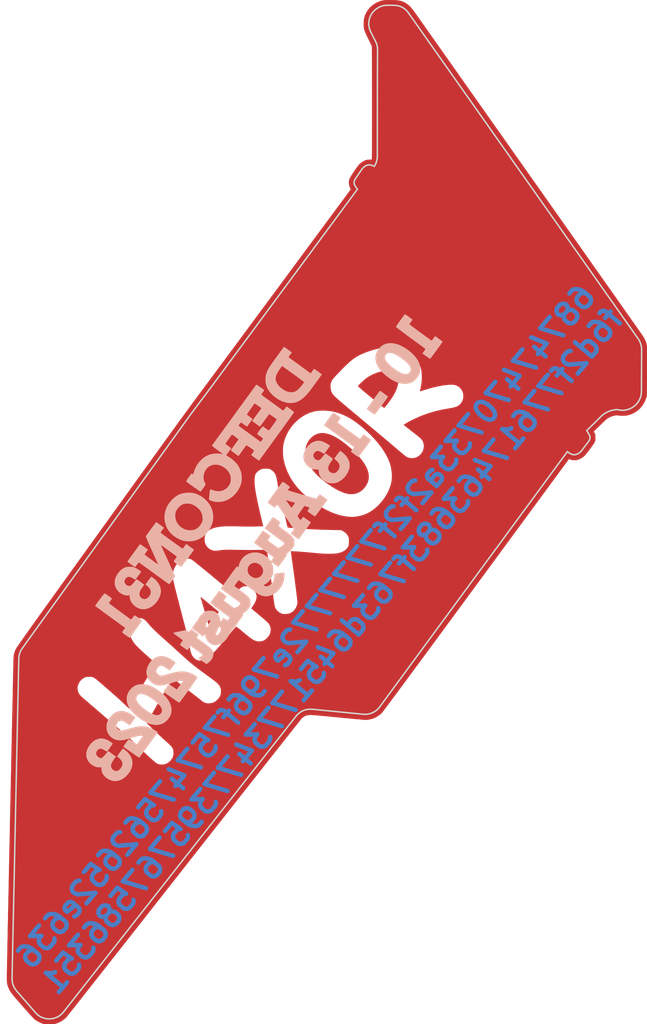
<source format=kicad_pcb>
(kicad_pcb (version 20221018) (generator pcbnew)
  (layers (0 "F.Cu" signal) (31 "B.Cu" signal) (34 "B.Paste" user) (35 "F.Paste" user) (36 "B.SilkS" user "B.Silkscreen") (37 "F.SilkS" user "F.Silkscreen") (38 "B.Mask" user) (39 "F.Mask" user) (44 "Edge.Cuts" user))
  (net 0 "")
  (footprint "LOGO" (layer "F.Cu") (at 67.4734 46.06195)
    (fp_text reference "G***" hide)
    (fp_text value "LOGO" hide)
  )
  (footprint "LOGO" (layer "F.Cu") (at 67.4734 46.06195)
    (fp_text reference "G***" hide)
    (fp_text value "LOGO" hide)
  )
  (footprint "LOGO" (layer "F.Cu") (at 67.4734 46.06195)
    (fp_text reference "G***" hide)
    (fp_text value "LOGO" hide)
  )
  (footprint "LOGO" (layer "F.Cu") (at 67.4734 46.06195)
    (fp_text reference "G***" hide)
    (fp_text value "LOGO" hide)
  )
  (footprint "LOGO" (layer "F.Cu") (at 65.944093 43.803841)
    (fp_text reference "G***" hide)
    (fp_text value "LOGO" hide)
  )
  (footprint "LOGO" (layer "F.Cu") (at 67.4734 46.06195)
    (fp_text reference "G***" hide)
    (fp_text value "LOGO" hide)
  )
  (footprint "LOGO" (layer "F.Cu") (at 67.4734 46.06195)
    (fp_text reference "G***" hide)
    (fp_text value "LOGO" hide)
    (fp_poly (pts (xy -21.460439 5.755042) (xy -21.414964 5.789725) (xy -21.345827 5.844427) (xy -21.257397 5.915541) (xy -21.154048 5.999456) (xy -21.040149 6.092565) (xy -20.920074 6.191257) (xy -20.798192 6.291923) (xy -20.678877 6.390955) (xy -20.566499 6.484743) (xy -20.46543 6.569678) (xy -20.380041 6.642151) (xy -20.314705 6.698552) (xy -20.273791 6.735273) (xy -20.261507 6.748237) (xy -20.273171 6.767103) (xy -20.307676 6.813001) (xy -20.360619 6.880559) (xy -20.427597 6.964407) (xy -20.504208 7.059175) (xy -20.586048 7.159492) (xy -20.668715 7.259987) (xy -20.747805 7.35529) (xy -20.818917 7.44003) (xy -20.877646 7.508836) (xy -20.919591 7.556338) (xy -20.940348 7.577165) (xy -20.941475 7.577667) (xy -20.951032 7.559543) (xy -20.966401 7.514428) (xy -20.9712 7.498292) (xy -20.982094 7.46101) (xy -21.003573 7.387928) (xy -21.034222 7.283843) (xy -21.072627 7.153554) (xy -21.117374 7.001856) (xy -21.167049 6.833547) (xy -21.220236 6.653425) (xy -21.24024 6.585704) (xy -21.293095 6.405907) (xy -21.341653 6.239025) (xy -21.384702 6.089353) (xy -21.42103 5.961186) (xy -21.449423 5.858817) (xy -21.46867 5.786542) (xy -21.477559 5.748656) (xy -21.477878 5.74399) (xy -21.460439 5.755042)) (stroke (width 0.01)) (fill solid) (layer "F.Cu"))
    (fp_poly (pts (xy -12.95771 -5.294125) (xy -12.719817 -5.220432) (xy -12.467115 -5.107667) (xy -12.233146 -4.976815) (xy -12.039634 -4.850415) (xy -11.829236 -4.697425) (xy -11.610541 -4.525066) (xy -11.39214 -4.340558) (xy -11.182625 -4.151119) (xy -10.990585 -3.96397) (xy -10.848415 -3.813095) (xy -10.627493 -3.550383) (xy -10.447017 -3.298897) (xy -10.306822 -3.057924) (xy -10.206739 -2.826747) (xy -10.146603 -2.604653) (xy -10.126245 -2.390926) (xy -10.145499 -2.184851) (xy -10.204198 -1.985713) (xy -10.302175 -1.792797) (xy -10.357153 -1.710442) (xy -10.507426 -1.532463) (xy -10.675094 -1.393011) (xy -10.859599 -1.292277) (xy -11.06038 -1.230451) (xy -11.276879 -1.207721) (xy -11.508538 -1.224279) (xy -11.682296 -1.260088) (xy -11.89198 -1.328331) (xy -12.123058 -1.429663) (xy -12.372675 -1.562472) (xy -12.637979 -1.725143) (xy -12.916117 -1.916065) (xy -13.144433 -2.086882) (xy -13.432666 -2.324992) (xy -13.680388 -2.562132) (xy -13.88928 -2.80082) (xy -14.061022 -3.043572) (xy -14.197293 -3.292904) (xy -14.299772 -3.551332) (xy -14.370141 -3.821373) (xy -14.393277 -3.957772) (xy -14.403302 -4.175378) (xy -14.373344 -4.39077) (xy -14.30562 -4.59836) (xy -14.202344 -4.792555) (xy -14.065734 -4.967766) (xy -13.949289 -5.077934) (xy -13.775049 -5.19899) (xy -13.589463 -5.281178) (xy -13.39184 -5.324457) (xy -13.181486 -5.328786) (xy -12.95771 -5.294125)) (stroke (width 0.01)) (fill solid) (layer "F.Cu"))
    (fp_poly (pts (xy -8.601574 -9.527465) (xy -8.41894 -9.482889) (xy -8.318164 -9.440162) (xy -8.255675 -9.401798) (xy -8.211316 -9.355318) (xy -8.180439 -9.291752) (xy -8.158394 -9.202131) (xy -8.143738 -9.103625) (xy -8.131198 -8.893853) (xy -8.147764 -8.684251) (xy -8.194735 -8.470736) (xy -8.273409 -8.249223) (xy -8.385082 -8.015628) (xy -8.531054 -7.765869) (xy -8.605181 -7.65175) (xy -8.671586 -7.55527) (xy -8.7459 -7.452278) (xy -8.823397 -7.348777) (xy -8.899353 -7.250771) (xy -8.969043 -7.164265) (xy -9.02774 -7.095262) (xy -9.070721 -7.049765) (xy -9.091273 -7.034091) (xy -9.111154 -7.045923) (xy -9.160429 -7.082459) (xy -9.236027 -7.141232) (xy -9.334878 -7.219777) (xy -9.453911 -7.31563) (xy -9.590054 -7.426324) (xy -9.740237 -7.549395) (xy -9.901389 -7.682376) (xy -9.980273 -7.747789) (xy -10.145395 -7.885202) (xy -10.300502 -8.014822) (xy -10.442566 -8.134079) (xy -10.568557 -8.240404) (xy -10.675445 -8.331229) (xy -10.760202 -8.403985) (xy -10.819797 -8.456102) (xy -10.851201 -8.485012) (xy -10.855354 -8.489832) (xy -10.844557 -8.515742) (xy -10.806612 -8.563453) (xy -10.747006 -8.627801) (xy -10.671223 -8.70362) (xy -10.584748 -8.785745) (xy -10.493068 -8.869012) (xy -10.401666 -8.948253) (xy -10.31603 -9.018306) (xy -10.241643 -9.074003) (xy -10.21803 -9.089964) (xy -9.985181 -9.226451) (xy -9.74481 -9.339781) (xy -9.501816 -9.42905) (xy -9.261097 -9.493356) (xy -9.027551 -9.531796) (xy -8.806078 -9.543467) (xy -8.601574 -9.527465)) (stroke (width 0.01)) (fill solid) (layer "F.Cu"))
    (fp_poly (pts (xy -8.472477 -34.563443) (xy -8.313588 -34.557574) (xy -8.181246 -34.546514) (xy -8.067614 -34.529215) (xy -7.964854 -34.504632) (xy -7.865129 -34.471717) (xy -7.812478 -34.451207) (xy -7.671996 -34.385715) (xy -7.542958 -34.306233) (xy -7.419889 -34.207806) (xy -7.29731 -34.085478) (xy -7.169745 -33.934293) (xy -7.031716 -33.749295) (xy -7.022665 -33.736565) (xy -6.998412 -33.702266) (xy -6.950237 -33.634034) (xy -6.878609 -33.532535) (xy -6.783998 -33.398435) (xy -6.666874 -33.232401) (xy -6.527707 -33.035098) (xy -6.366967 -32.807194) (xy -6.185123 -32.549354) (xy -5.982645 -32.262245) (xy -5.760004 -31.946533) (xy -5.517668 -31.602884) (xy -5.256108 -31.231965) (xy -4.975793 -30.834442) (xy -4.677193 -30.410981) (xy -4.360778 -29.962249) (xy -4.027018 -29.488911) (xy -3.676383 -28.991634) (xy -3.309342 -28.471085) (xy -2.926365 -27.92793) (xy -2.527922 -27.362834) (xy -2.114483 -26.776465) (xy -1.686517 -26.169488) (xy -1.244495 -25.54257) (xy -0.788886 -24.896377) (xy -0.32016 -24.231576) (xy 0.161213 -23.548832) (xy 0.654764 -22.848813) (xy 1.160023 -22.132184) (xy 1.676519 -21.399611) (xy 2.203783 -20.651761) (xy 2.741346 -19.889301) (xy 3.288737 -19.112896) (xy 3.845487 -18.323213) (xy 4.411126 -17.520918) (xy 4.985184 -16.706677) (xy 5.567191 -15.881157) (xy 6.156678 -15.045024) (xy 6.753174 -14.198944) (xy 7.35621 -13.343584) (xy 7.496566 -13.1445) (xy 7.675876 -12.890142) (xy 7.832476 -12.667849) (xy 7.968041 -12.475085) (xy 8.084247 -12.309309) (xy 8.18277 -12.167986) (xy 8.265285 -12.048575) (xy 8.333467 -11.948539) (xy 8.388994 -11.86534) (xy 8.433539 -11.796439) (xy 8.468779 -11.739299) (xy 8.496389 -11.691381) (xy 8.518045 -11.650147) (xy 8.535423 -11.613059) (xy 8.550198 -11.577579) (xy 8.564046 -11.541168) (xy 8.575276 -11.510503) (xy 8.595011 -11.454569) (xy 8.612208 -11.400035) (xy 8.626997 -11.343785) (xy 8.639506 -11.282705) (xy 8.649867 -11.213682) (xy 8.658207 -11.133601) (xy 8.664656 -11.039348) (xy 8.669345 -10.927809) (xy 8.672402 -10.79587) (xy 8.673957 -10.640416) (xy 8.674139 -10.458334) (xy 8.673078 -10.246509) (xy 8.670903 -10.001828) (xy 8.667744 -9.721175) (xy 8.663731 -9.401437) (xy 8.663549 -9.387416) (xy 8.643275 -7.821083) (xy 8.586833 -7.65175) (xy 8.484345 -7.40787) (xy 8.348417 -7.186033) (xy 8.182508 -6.989375) (xy 7.990077 -6.82103) (xy 7.774582 -6.684134) (xy 7.539483 -6.581822) (xy 7.347745 -6.52868) (xy 7.210526 -6.508734) (xy 7.051729 -6.499918) (xy 6.890686 -6.502474) (xy 6.746726 -6.516642) (xy 6.721722 -6.520883) (xy 6.575821 -6.528379) (xy 6.410738 -6.501637) (xy 6.230831 -6.441605) (xy 6.116333 -6.389375) (xy 6.063658 -6.361651) (xy 6.013862 -6.331577) (xy 5.962323 -6.295236) (xy 5.904418 -6.248708) (xy 5.835523 -6.188074) (xy 5.751017 -6.109414) (xy 5.646276 -6.00881) (xy 5.516679 -5.882342) (xy 5.506426 -5.872291) (xy 5.065126 -5.439596) (xy 5.120188 -5.32859) (xy 5.147027 -5.268781) (xy 5.16353 -5.212545) (xy 5.172084 -5.146269) (xy 5.175075 -5.056341) (xy 5.17525 -5.014619) (xy 5.174027 -4.915544) (xy 5.168523 -4.844894) (xy 5.155991 -4.78879) (xy 5.133682 -4.733352) (xy 5.110269 -4.686536) (xy 5.077751 -4.632397) (xy 5.02387 -4.552087) (xy 4.95374 -4.452467) (xy 4.872473 -4.340401) (xy 4.785183 -4.222748) (xy 4.696983 -4.106373) (xy 4.612985 -3.998135) (xy 4.538302 -3.904898) (xy 4.478048 -3.833523) (xy 4.459019 -3.812511) (xy 4.356675 -3.722145) (xy 4.22823 -3.637038) (xy 4.089684 -3.566858) (xy 3.993486 -3.53125) (xy 3.819415 -3.499204) (xy 3.640022 -3.504192) (xy 3.476607 -3.543162) (xy 3.38663 -3.575302) (xy 3.304289 -3.465109) (xy 3.28661 -3.441171) (xy 3.244631 -3.384167) (xy 3.179122 -3.295143) (xy 3.09085 -3.175145) (xy 2.980586 -3.025219) (xy 2.849098 -2.846412) (xy 2.697155 -2.639769) (xy 2.525526 -2.406336) (xy 2.33498 -2.147161) (xy 2.126287 -1.863288) (xy 1.900214 -1.555764) (xy 1.657532 -1.225636) (xy 1.39901 -0.87395) (xy 1.125415 -0.501751) (xy 0.837518 -0.110085) (xy 0.536088 0.3) (xy 0.221892 0.727459) (xy -0.104299 1.171246) (xy -0.441717 1.630315) (xy -0.789592 2.103619) (xy -1.147156 2.590112) (xy -1.513639 3.088749) (xy -1.888273 3.598482) (xy -2.270289 4.118266) (xy -2.658917 4.647055) (xy -2.961546 5.058834) (xy -3.471792 5.753046) (xy -3.957437 6.413643) (xy -4.418885 7.041171) (xy -4.856538 7.636175) (xy -5.2708 8.199199) (xy -5.662075 8.73079) (xy -6.030765 9.231492) (xy -6.377274 9.701851) (xy -6.702005 10.142412) (xy -7.005362 10.553719) (xy -7.287747 10.936319) (xy -7.549565 11.290756) (xy -7.791219 11.617576) (xy -8.013111 11.917323) (xy -8.215645 12.190544) (xy -8.399225 12.437783) (xy -8.564254 12.659585) (xy -8.711134 12.856496) (xy -8.84027 13.029061) (xy -8.952065 13.177825) (xy -9.046922 13.303333) (xy -9.125244 13.406131) (xy -9.187435 13.486763) (xy -9.233898 13.545776) (xy -9.265036 13.583713) (xy -9.279528 13.599584) (xy -9.475667 13.757472) (xy -9.692176 13.882041) (xy -9.923166 13.970881) (xy -10.162747 14.021585) (xy -10.339623 14.033133) (xy -10.383458 14.031126) (xy -10.465945 14.025198) (xy -10.583617 14.015664) (xy -10.733005 14.002838) (xy -10.910641 13.987035) (xy -11.113057 13.968569) (xy -11.336785 13.947754) (xy -11.578357 13.924906) (xy -11.834303 13.900337) (xy -12.101158 13.874364) (xy -12.223457 13.862343) (xy -12.599795 13.825559) (xy -12.934394 13.793536) (xy -13.227576 13.766247) (xy -13.479665 13.743663) (xy -13.690982 13.725758) (xy -13.861851 13.712504) (xy -13.992594 13.703874) (xy -14.083533 13.699839) (xy -14.12875 13.699948) (xy -14.304975 13.726162) (xy -14.461118 13.787368) (xy -14.604404 13.886698) (xy -14.645652 13.924103) (xy -14.664596 13.946329) (xy -14.708956 14.000932) (xy -14.778005 14.086989) (xy -14.871017 14.20358) (xy -14.987266 14.349782) (xy -15.126025 14.524674) (xy -15.286569 14.727335) (xy -15.46817 14.956843) (xy -15.670102 15.212277) (xy -15.89164 15.492716) (xy -16.132056 15.797238) (xy -16.390626 16.124922) (xy -16.666621 16.474845) (xy -16.959317 16.846088) (xy -17.267986 17.237728) (xy -17.591903 17.648843) (xy -17.930341 18.078513) (xy -18.282574 18.525817) (xy -18.647875 18.989831) (xy -19.025519 19.469636) (xy -19.414779 19.96431) (xy -19.814928 20.472931) (xy -20.225241 20.994578) (xy -20.644991 21.52833) (xy -21.073452 22.073264) (xy -21.509897 22.62846) (xy -21.953601 23.192996) (xy -22.403836 23.765951) (xy -22.606718 24.024167) (xy -23.059547 24.600493) (xy -23.506118 25.168792) (xy -23.945706 25.728142) (xy -24.377585 26.277625) (xy -24.801033 26.816318) (xy -25.215325 27.343302) (xy -25.619735 27.857657) (xy -26.013539 28.358461) (xy -26.396013 28.844794) (xy -26.766433 29.315737) (xy -27.124073 29.770368) (xy -27.46821 30.207768) (xy -27.798118 30.627015) (xy -28.113074 31.027189) (xy -28.412352 31.40737) (xy -28.695229 31.766638) (xy -28.960979 32.104071) (xy -29.208878 32.41875) (xy -29.438202 32.709755) (xy -29.648226 32.976164) (xy -29.838226 33.217057) (xy -30.007476 33.431514) (xy -30.155253 33.618615) (xy -30.280833 33.777438) (xy -30.383489 33.907065) (xy -30.462499 34.006573) (xy -30.517137 34.075043) (xy -30.546679 34.111554) (xy -30.551594 34.117314) (xy -30.721233 34.268765) (xy -30.918696 34.398333) (xy -31.132155 34.498966) (xy -31.266157 34.543406) (xy -31.374323 34.564785) (xy -31.510359 34.578985) (xy -31.661334 34.585857) (xy -31.814321 34.585254) (xy -31.956391 34.577027) (xy -32.074613 34.561029) (xy -32.109833 34.553081) (xy -32.238364 34.509541) (xy -32.381848 34.444934) (xy -32.524554 34.367354) (xy -32.650747 34.284895) (xy -32.690872 34.254148) (xy -32.729513 34.218119) (xy -32.792476 34.153551) (xy -32.876543 34.064055) (xy -32.978499 33.953244) (xy -33.095125 33.824729) (xy -33.223204 33.682123) (xy -33.35952 33.529038) (xy -33.500855 33.369085) (xy -33.643992 33.205876) (xy -33.785715 33.043024) (xy -33.922805 32.884141) (xy -34.052046 32.732838) (xy -34.16343 32.600838) (xy -34.31115 32.404292) (xy -34.422258 32.208954) (xy -34.501336 32.006276) (xy -34.52266 31.930594) (xy -34.539296 31.857397) (xy -34.551124 31.782437) (xy -34.558873 31.696491) (xy -34.563266 31.590336) (xy -34.565033 31.454749) (xy -34.565166 31.390989) (xy -34.564722 31.344487) (xy -34.56341 31.257667) (xy -34.561264 31.132087) (xy -34.558316 30.969307) (xy -34.554598 30.770884) (xy -34.550145 30.538377) (xy -34.544988 30.273345) (xy -34.53916 29.977346) (xy -34.532694 29.651939) (xy -34.525623 29.298682) (xy -34.51798 28.919134) (xy -34.509796 28.514853) (xy -34.501106 28.087398) (xy -34.491941 27.638328) (xy -34.482335 27.169201) (xy -34.47232 26.681575) (xy -34.461929 26.177009) (xy -34.451194 25.657062) (xy -34.44015 25.123293) (xy -34.428827 24.577258) (xy -34.417259 24.020519) (xy -34.405479 23.454632) (xy -34.393519 22.881156) (xy -34.381413 22.30165) (xy -34.369193 21.717673) (xy -34.356891 21.130783) (xy -34.344541 20.542538) (xy -34.332175 19.954498) (xy -34.319825 19.36822) (xy -34.307526 18.785263) (xy -34.295309 18.207186) (xy -34.283207 17.635547) (xy -34.271253 17.071905) (xy -34.25948 16.517818) (xy -34.247921 15.974845) (xy -34.236607 15.444545) (xy -34.225572 14.928475) (xy -34.21485 14.428195) (xy -34.204471 13.945263) (xy -34.19447 13.481238) (xy -34.184879 13.037678) (xy -34.17573 12.616142) (xy -34.167057 12.218188) (xy -34.160002 11.896026) (xy -29.798385 11.896026) (xy -29.790896 11.975335) (xy -29.783532 12.019505) (xy -29.760781 12.120037) (xy -29.728231 12.208431) (xy -29.681083 12.291449) (xy -29.614533 12.375852) (xy -29.52378 12.468402) (xy -29.404024 12.57586) (xy -29.364337 12.609798) (xy -29.290319 12.672874) (xy -29.189216 12.759422) (xy -29.065949 12.86521) (xy -28.925441 12.986004) (xy -28.772613 13.117571) (xy -28.612389 13.255678) (xy -28.44969 13.396092) (xy -28.364501 13.469685) (xy -28.18727 13.622696) (xy -27.997027 13.786665) (xy -27.801065 13.955325) (xy -27.606677 14.122408) (xy -27.421157 14.281645) (xy -27.251796 14.426769) (xy -27.10589 14.551512) (xy -27.083813 14.570352) (xy -26.923785 14.707168) (xy -26.781826 14.829375) (xy -26.65317 14.941345) (xy -26.533046 15.04745) (xy -26.416689 15.152063) (xy -26.299329 15.259554) (xy -26.176199 15.374297) (xy -26.042531 15.500663) (xy -25.893557 15.643024) (xy -25.724509 15.805752) (xy -25.530619 15.993219) (xy -25.50434 16.018666) (xy -25.274085 16.240208) (xy -25.069495 16.434008) (xy -24.891144 16.599546) (xy -24.739608 16.736301) (xy -24.615463 16.843753) (xy -24.519284 16.921383) (xy -24.458527 16.964431) (xy -24.344791 17.019978) (xy -24.217528 17.048749) (xy -24.06541 17.053283) (xy -24.062577 17.053166) (xy -23.95847 17.04465) (xy -23.874078 17.025615) (xy -23.787074 16.990517) (xy -23.762332 16.978599) (xy -23.618719 16.886123) (xy -23.492021 16.761894) (xy -23.391861 16.615861) (xy -23.370389 16.5735) (xy -23.342337 16.506435) (xy -23.325649 16.442683) (xy -23.317587 16.36696) (xy -23.315416 16.266584) (xy -23.316981 16.167656) (xy -23.324011 16.095805) (xy -23.339395 16.035856) (xy -23.36602 15.97263) (xy -23.374805 15.954463) (xy -23.392982 15.919028) (xy -23.412731 15.885899) (xy -23.437522 15.851534) (xy -23.470826 15.812391) (xy -23.516112 15.764928) (xy -23.576851 15.705602) (xy -23.656512 15.630869) (xy -23.758566 15.537189) (xy -23.886482 15.421019) (xy -23.981833 15.334759) (xy -24.070135 15.254107) (xy -24.172492 15.159244) (xy -24.284958 15.053958) (xy -24.403589 14.942033) (xy -24.524441 14.827255) (xy -24.643571 14.713411) (xy -24.757032 14.604287) (xy -24.860882 14.503668) (xy -24.951175 14.415341) (xy -25.023968 14.343091) (xy -25.075316 14.290705) (xy -25.101275 14.261968) (xy -25.103666 14.257958) (xy -25.093602 14.235836) (xy -25.064931 14.180974) (xy -25.019933 14.097456) (xy -24.96089 13.989364) (xy -24.890083 13.860778) (xy -24.809794 13.715781) (xy -24.722304 13.558456) (xy -24.629894 13.392884) (xy -24.534846 13.223147) (xy -24.43944 13.053326) (xy -24.345958 12.887505) (xy -24.256682 12.729765) (xy -24.173892 12.584188) (xy -24.099871 12.454856) (xy -24.036898 12.345851) (xy -23.996387 12.276667) (xy -23.942223 12.186757) (xy -23.87632 12.080161) (xy -23.802161 11.962229) (xy -23.723227 11.838312) (xy -23.643 11.713763) (xy -23.564961 11.593932) (xy -23.492592 11.484171) (xy -23.429374 11.38983) (xy -23.378789 11.316262) (xy -23.344319 11.268818) (xy -23.330491 11.253144) (xy -23.310008 11.262883) (xy -23.262496 11.295697) (xy -23.193402 11.347508) (xy -23.108174 11.414239) (xy -23.01875 11.486489) (xy -22.919075 11.567183) (xy -22.794085 11.666859) (xy -22.652182 11.778905) (xy -22.501769 11.896707) (xy -22.351251 12.013654) (xy -22.235583 12.102783) (xy -22.096799 12.209551) (xy -21.956401 12.318088) (xy -21.821551 12.422817) (xy -21.699412 12.518165) (xy -21.597144 12.598557) (xy -21.5265 12.654728) (xy -21.406341 12.74903) (xy -21.309367 12.818458) (xy -21.227469 12.866647) (xy -21.152539 12.897234) (xy -21.076469 12.913855) (xy -20.991149 12.920145) (xy -20.933833 12.92049) (xy -20.780046 12.91057) (xy -20.651632 12.880529) (xy -20.536702 12.825272) (xy -20.423366 12.739706) (xy -20.349741 12.670259) (xy -20.24113 12.548742) (xy -20.167085 12.431924) (xy -20.122812 12.30892) (xy -20.103515 12.168848) (xy -20.101724 12.107334) (xy -20.104888 12.007453) (xy -20.118623 11.927674) (xy -20.147344 11.846213) (xy -20.160928 11.815104) (xy -20.194173 11.750976) (xy -20.237438 11.687191) (xy -20.294355 11.620405) (xy -20.368556 11.547274) (xy -20.463674 11.464454) (xy -20.58334 11.368603) (xy -20.731187 11.256377) (xy -20.910848 11.124432) (xy -20.912705 11.123084) (xy -21.144585 10.954499) (xy -21.346968 10.80664) (xy -21.524733 10.67553) (xy -21.682759 10.557189) (xy -21.825926 10.447639) (xy -21.959114 10.3429) (xy -22.087201 10.238994) (xy -22.215068 10.131942) (xy -22.347592 10.017765) (xy -22.489655 9.892485) (xy -22.646135 9.752123) (xy -22.821911 9.592699) (xy -23.021862 9.410236) (xy -23.092833 9.345341) (xy -23.23707 9.213791) (xy -23.384487 9.080022) (xy -23.528934 8.949566) (xy -23.664263 8.827955) (xy -23.784322 8.720721) (xy -23.882964 8.633397) (xy -23.928127 8.593889) (xy -24.106863 8.436024) (xy -24.283001 8.275634) (xy -24.451925 8.117223) (xy -24.609019 7.965294) (xy -24.749666 7.824349) (xy -24.86925 7.698894) (xy -24.963156 7.59343) (xy -25.000646 7.547552) (xy -25.118483 7.406812) (xy -25.226624 7.30138) (xy -25.331767 7.227536) (xy -25.440613 7.18156) (xy -25.559862 7.159731) (xy -25.696212 7.15833) (xy -25.701115 7.158591) (xy -25.875148 7.183501) (xy -26.025289 7.239761) (xy -26.159417 7.330745) (xy -26.208543 7.375831) (xy -26.287515 7.461606) (xy -26.339396 7.541794) (xy -26.369307 7.629371) (xy -26.382368 7.737312) (xy -26.38425 7.821084) (xy -26.381329 7.925031) (xy -26.370747 8.018113) (xy -26.349774 8.109714) (xy -26.315682 8.209215) (xy -26.26574 8.325998) (xy -26.197221 8.469446) (xy -26.193375 8.47725) (xy -26.140517 8.581225) (xy -26.088461 8.675204) (xy -26.033805 8.763036) (xy -25.973147 8.848571) (xy -25.903085 8.935659) (xy -25.820219 9.028147) (xy -25.721144 9.129887) (xy -25.602461 9.244726) (xy -25.460767 9.376516) (xy -25.29266 9.529104) (xy -25.153684 9.653715) (xy -25.013271 9.779958) (xy -24.883306 9.898275) (xy -24.767088 10.005557) (xy -24.667912 10.098691) (xy -24.589077 10.174567) (xy -24.533878 10.230075) (xy -24.505613 10.262103) (xy -24.502563 10.268077) (xy -24.514948 10.295348) (xy -24.547658 10.350245) (xy -24.59638 10.425971) (xy -24.656802 10.515726) (xy -24.690492 10.564366) (xy -24.805587 10.733017) (xy -24.926675 10.918594) (xy -25.055659 11.124272) (xy -25.194446 11.353226) (xy -25.344942 11.608629) (xy -25.509052 11.893657) (xy -25.688682 12.211483) (xy -25.81275 12.433713) (xy -25.908833 12.605916) (xy -25.998928 12.766195) (xy -26.080912 12.910858) (xy -26.152661 13.036214) (xy -26.212052 13.138571) (xy -26.256962 13.214238) (xy -26.285268 13.259523) (xy -26.294569 13.271398) (xy -26.314159 13.257411) (xy -26.359082 13.218408) (xy -26.42436 13.158929) (xy -26.505019 13.083513) (xy -26.596079 12.996698) (xy -26.601956 12.991042) (xy -26.690614 12.907217) (xy -26.80481 12.801646) (xy -26.938021 12.680225) (xy -27.083724 12.54885) (xy -27.235394 12.413418) (xy -27.38651 12.279825) (xy -27.46256 12.213167) (xy -27.69072 12.013698) (xy -27.889318 11.840058) (xy -28.060881 11.690462) (xy -28.207939 11.56313) (xy -28.33302 11.456279) (xy -28.438652 11.368127) (xy -28.527363 11.296891) (xy -28.601682 11.240789) (xy -28.664136 11.198039) (xy -28.717255 11.166859) (xy -28.763566 11.145467) (xy -28.805599 11.13208) (xy -28.84588 11.124916) (xy -28.886939 11.122192) (xy -28.931304 11.122127) (xy -28.981503 11.122939) (xy -29.008916 11.123116) (xy -29.110521 11.124286) (xy -29.182607 11.129347) (xy -29.237961 11.140628) (xy -29.289368 11.160459) (xy -29.332468 11.18205) (xy -29.495126 11.289574) (xy -29.624867 11.422765) (xy -29.720263 11.579834) (xy -29.774145 11.734274) (xy -29.793057 11.823429) (xy -29.798385 11.896026) (xy -34.160002 11.896026) (xy -34.158892 11.845374) (xy -34.151268 11.49926) (xy -34.144217 11.181404) (xy -34.137774 10.893364) (xy -34.131969 10.636699) (xy -34.126836 10.412968) (xy -34.122408 10.223729) (xy -34.118717 10.07054) (xy -34.115797 9.954961) (xy -34.113679 9.878549) (xy -34.112397 9.842863) (xy -34.112376 9.8425) (xy -34.092765 9.658782) (xy -34.054727 9.493796) (xy -33.993271 9.329132) (xy -33.945946 9.228552) (xy -33.926351 9.195055) (xy -33.888443 9.13654) (xy -33.831833 9.052462) (xy -33.756133 8.942277) (xy -33.660955 8.805438) (xy -33.54591 8.6414) (xy -33.410611 8.449619) (xy -33.254669 8.229549) (xy -33.077696 7.980646) (xy -32.879305 7.702363) (xy -32.659107 7.394155) (xy -32.416713 7.055478) (xy -32.151736 6.685787) (xy -31.863787 6.284535) (xy -31.552479 5.851178) (xy -31.217424 5.385172) (xy -30.858232 4.885969) (xy -30.502562 4.391968) (xy -30.423621 4.282352) (xy -23.372172 4.282352) (xy -23.36801 4.371271) (xy -23.356085 4.472579) (xy -23.335712 4.591411) (xy -23.306205 4.7329) (xy -23.266881 4.90218) (xy -23.217054 5.104386) (xy -23.186778 5.224203) (xy -23.101437 5.558743) (xy -23.009337 5.917524) (xy -22.912926 6.291127) (xy -22.814652 6.670131) (xy -22.716962 7.045115) (xy -22.622306 7.406658) (xy -22.53313 7.745341) (xy -22.45694 8.03275) (xy -22.398371 8.261204) (xy -22.345892 8.482508) (xy -22.301643 8.687062) (xy -22.267758 8.865263) (xy -22.256762 8.932334) (xy -22.220359 9.149753) (xy -22.182934 9.330282) (xy -22.142525 9.479356) (xy -22.097166 9.602406) (xy -22.044894 9.704866) (xy -21.983745 9.79217) (xy -21.9212 9.860608) (xy -21.854962 9.918111) (xy -21.783499 9.969102) (xy -21.748647 9.989138) (xy -21.640168 10.023205) (xy -21.511071 10.031922) (xy -21.374606 10.015334) (xy -21.278586 9.987509) (xy -21.188282 9.950546) (xy -21.099988 9.906485) (xy -21.011164 9.8529) (xy -20.919267 9.787364) (xy -20.821756 9.707451) (xy -20.716091 9.610734) (xy -20.599728 9.494788) (xy -20.470128 9.357186) (xy -20.324748 9.195502) (xy -20.161048 9.00731) (xy -19.976485 8.790183) (xy -19.785355 8.561917) (xy -19.655598 8.406233) (xy -19.533179 8.259575) (xy -19.420955 8.12535) (xy -19.321784 8.006966) (xy -19.238522 7.907829) (xy -19.174027 7.831347) (xy -19.131156 7.780928) (xy -19.113387 7.760611) (xy -19.101529 7.750307) (xy -19.087328 7.746234) (xy -19.067061 7.750989) (xy -19.037003 7.767169) (xy -18.993433 7.797371) (xy -18.932626 7.844191) (xy -18.850859 7.910226) (xy -18.744408 7.998072) (xy -18.609551 8.110327) (xy -18.597418 8.120445) (xy -18.427826 8.26087) (xy -18.285605 8.37607) (xy -18.166518 8.468986) (xy -18.06633 8.542554) (xy -17.980806 8.599714) (xy -17.905709 8.643404) (xy -17.836804 8.676562) (xy -17.769854 8.702129) (xy -17.749299 8.708826) (xy -17.607968 8.736576) (xy -17.457186 8.737874) (xy -17.313077 8.713619) (xy -17.219083 8.679205) (xy -17.118201 8.615508) (xy -17.013421 8.524198) (xy -16.916228 8.417103) (xy -16.838106 8.306052) (xy -16.814388 8.262395) (xy -16.761544 8.109657) (xy -16.745051 7.948836) (xy -16.764015 7.789013) (xy -16.817539 7.639268) (xy -16.886524 7.530452) (xy -16.932897 7.479164) (xy -17.007432 7.406735) (xy -17.11112 7.312288) (xy -17.244952 7.194945) (xy -17.409919 7.053829) (xy -17.607013 6.888063) (xy -17.693417 6.81603) (xy -17.798093 6.728645) (xy -17.890886 6.650593) (xy -17.967159 6.585822) (xy -18.022279 6.538278) (xy -18.051609 6.511911) (xy -18.055166 6.507951) (xy -18.044012 6.488675) (xy -18.013705 6.441677) (xy -17.968978 6.374184) (xy -17.918848 6.299743) (xy -17.805202 6.109042) (xy -17.731709 5.930818) (xy -17.698359 5.764181) (xy -17.705139 5.608235) (xy -17.752036 5.462087) (xy -17.839038 5.324846) (xy -17.904623 5.252195) (xy -17.982783 5.183011) (xy -18.071772 5.117064) (xy -18.150901 5.069417) (xy -18.228729 5.034113) (xy -18.297154 5.014738) (xy -18.375943 5.006903) (xy -18.43701 5.005917) (xy -18.524591 5.007896) (xy -18.58756 5.016926) (xy -18.643571 5.03764) (xy -18.710276 5.074676) (xy -18.719115 5.08) (xy -18.783649 5.124441) (xy -18.867169 5.189669) (xy -18.95858 5.266684) (xy -19.041544 5.341554) (xy -19.124238 5.418269) (xy -19.182512 5.469329) (xy -19.222259 5.498627) (xy -19.249377 5.510054) (xy -19.269761 5.507502) (xy -19.282031 5.500304) (xy -19.304292 5.482577) (xy -19.356581 5.439856) (xy -19.436385 5.37422) (xy -19.541189 5.287751) (xy -19.668479 5.18253) (xy -19.815741 5.060636) (xy -19.980459 4.92415) (xy -20.160121 4.775153) (xy -20.352211 4.615725) (xy -20.554215 4.447947) (xy -20.646911 4.370917) (xy -20.86657 4.188802) (xy -21.075932 4.016102) (xy -21.27257 3.854774) (xy -21.454059 3.706772) (xy -21.617971 3.574052) (xy -21.761879 3.45857) (xy -21.883358 3.362282) (xy -21.979981 3.287142) (xy -22.049322 3.235107) (xy -22.088953 3.208131) (xy -22.091446 3.20675) (xy -22.157183 3.174651) (xy -22.214474 3.15556) (xy -22.278882 3.146211) (xy -22.365968 3.143339) (xy -22.394102 3.14325) (xy -22.488497 3.14485) (xy -22.558171 3.15237) (xy -22.620698 3.169887) (xy -22.69365 3.20148) (xy -22.737942 3.223045) (xy -22.890317 3.319766) (xy -23.031448 3.450219) (xy -23.15516 3.606107) (xy -23.255278 3.779133) (xy -23.325627 3.960999) (xy -23.344926 4.038584) (xy -23.359945 4.121142) (xy -23.369255 4.200687) (xy -23.372172 4.282352) (xy -30.423621 4.282352) (xy -30.181322 3.945902) (xy -29.848366 3.483557) (xy -29.505894 3.007984) (xy -29.156101 2.522237) (xy -28.801188 2.029369) (xy -28.665907 1.8415) (xy -21.217573 1.8415) (xy -21.203698 2.013012) (xy -21.161941 2.159588) (xy -21.088688 2.290979) (xy -21.019407 2.376228) (xy -20.887578 2.493676) (xy -20.741219 2.572387) (xy -20.578279 2.613032) (xy -20.396708 2.616281) (xy -20.314876 2.606728) (xy -20.159589 2.584615) (xy -20.015987 2.567962) (xy -19.875505 2.556412) (xy -19.729575 2.549608) (xy -19.569631 2.547194) (xy -19.387107 2.548812) (xy -19.173437 2.554106) (xy -19.104029 2.556291) (xy -18.92378 2.56103) (xy -18.713401 2.564667) (xy -18.485084 2.56711) (xy -18.25102 2.568267) (xy -18.023401 2.568046) (xy -17.814418 2.566355) (xy -17.798721 2.566152) (xy -17.57056 2.563774) (xy -17.38408 2.563319) (xy -17.238672 2.564795) (xy -17.133726 2.568214) (xy -17.068635 2.573585) (xy -17.045066 2.579176) (xy -17.012538 2.614876) (xy -16.992889 2.683701) (xy -16.990098 2.703152) (xy -16.984418 2.745041) (xy -16.97334 2.824019) (xy -16.957551 2.935283) (xy -16.937739 3.07403) (xy -16.914591 3.235455) (xy -16.888794 3.414755) (xy -16.861034 3.607126) (xy -16.840874 3.7465) (xy -16.807073 3.983242) (xy -16.770882 4.242573) (xy -16.733746 4.51376) (xy -16.697109 4.78607) (xy -16.662414 5.048769) (xy -16.631107 5.291122) (xy -16.60463 5.502397) (xy -16.604515 5.503334) (xy -16.572257 5.759636) (xy -16.543262 5.976144) (xy -16.517607 6.152366) (xy -16.495365 6.287811) (xy -16.476612 6.381988) (xy -16.463441 6.429304) (xy -16.395713 6.557657) (xy -16.295285 6.67672) (xy -16.171785 6.778003) (xy -16.034838 6.853015) (xy -15.950345 6.881848) (xy -15.852708 6.894785) (xy -15.733074 6.892578) (xy -15.608269 6.876958) (xy -15.49512 6.849654) (xy -15.442547 6.829643) (xy -15.363332 6.789392) (xy -15.287308 6.744372) (xy -15.250797 6.719145) (xy -15.147491 6.61802) (xy -15.05908 6.488841) (xy -14.991862 6.344275) (xy -14.952132 6.196991) (xy -14.944029 6.10196) (xy -14.947147 6.042834) (xy -14.955967 5.944852) (xy -14.970101 5.81105) (xy -14.989161 5.644466) (xy -15.012759 5.448137) (xy -15.040508 5.225098) (xy -15.07202 4.978388) (xy -15.106908 4.711043) (xy -15.144783 4.4261) (xy -15.185259 4.126595) (xy -15.227947 3.815567) (xy -15.272461 3.49605) (xy -15.315908 3.188662) (xy -15.335976 3.044496) (xy -15.353191 2.914588) (xy -15.366864 2.804679) (xy -15.376303 2.720512) (xy -15.38082 2.667828) (xy -15.380394 2.652172) (xy -15.355694 2.649546) (xy -15.293988 2.650379) (xy -15.200429 2.654302) (xy -15.08017 2.660945) (xy -14.938365 2.669941) (xy -14.780167 2.68092) (xy -14.610729 2.693513) (xy -14.435206 2.70735) (xy -14.25875 2.722064) (xy -14.086515 2.737284) (xy -13.923654 2.752642) (xy -13.794534 2.765731) (xy -13.484544 2.79443) (xy -13.191858 2.81363) (xy -12.920755 2.823295) (xy -12.675513 2.823391) (xy -12.460408 2.813881) (xy -12.27972 2.794731) (xy -12.191316 2.778967) (xy -11.98682 2.721831) (xy -11.81856 2.645404) (xy -11.684621 2.548739) (xy -11.644297 2.508652) (xy -11.568377 2.418058) (xy -11.516095 2.331892) (xy -11.483528 2.238769) (xy -11.466754 2.127302) (xy -11.461849 1.986106) (xy -11.461845 1.979084) (xy -11.463072 1.870115) (xy -11.467778 1.792089) (xy -11.477657 1.733651) (xy -11.494402 1.683448) (xy -11.511466 1.646421) (xy -11.610532 1.492314) (xy -11.739372 1.367483) (xy -11.869858 1.286653) (xy -12.011154 1.217084) (xy -12.815952 1.202831) (xy -13.021009 1.198479) (xy -13.233885 1.192663) (xy -13.44578 1.185713) (xy -13.647896 1.17796) (xy -13.831433 1.169732) (xy -13.987592 1.161361) (xy -14.075833 1.155597) (xy -14.243536 1.143574) (xy -14.437789 1.129863) (xy -14.642904 1.115557) (xy -14.843188 1.10175) (xy -15.022953 1.089537) (xy -15.028333 1.089175) (xy -15.171383 1.079318) (xy -15.302138 1.069851) (xy -15.414064 1.061287) (xy -15.500624 1.054133) (xy -15.555282 1.0489) (xy -15.569824 1.046939) (xy -15.585107 1.040195) (xy -15.599299 1.023123) (xy -15.613954 0.990681) (xy -15.630628 0.937823) (xy -15.650879 0.859506) (xy -15.67626 0.750683) (xy -15.70833 0.606312) (xy -15.714688 0.57728) (xy -15.7482 0.427728) (xy -15.789611 0.248739) (xy -15.836171 0.051849) (xy -15.885133 -0.151408) (xy -15.933746 -0.349496) (xy -15.970774 -0.497416) (xy -16.044235 -0.792726) (xy -16.107347 -1.058081) (xy -16.162352 -1.303942) (xy -16.211495 -1.540773) (xy -16.257016 -1.779035) (xy -16.301159 -2.02919) (xy -16.308802 -2.074333) (xy -16.337615 -2.229667) (xy -16.367654 -2.362902) (xy -16.397124 -2.466652) (xy -16.416929 -2.518833) (xy -16.499578 -2.655192) (xy -16.612759 -2.776535) (xy -16.744748 -2.870448) (xy -16.753416 -2.875157) (xy -16.806144 -2.901066) (xy -16.854962 -2.91761) (xy -16.911796 -2.926842) (xy -16.988576 -2.930812) (xy -17.0815 -2.931583) (xy -17.186913 -2.930407) (xy -17.263126 -2.925394) (xy -17.323243 -2.914316) (xy -17.380368 -2.894945) (xy -17.433086 -2.87181) (xy -17.546591 -2.805294) (xy -17.65237 -2.717912) (xy -17.739115 -2.620422) (xy -17.79309 -2.529416) (xy -17.813218 -2.457049) (xy -17.828158 -2.351725) (xy -17.837557 -2.222546) (xy -17.841063 -2.078613) (xy -17.838323 -1.929025) (xy -17.828985 -1.782883) (xy -17.823938 -1.732842) (xy -17.801669 -1.557399) (xy -17.772019 -1.364279) (xy -17.734265 -1.149809) (xy -17.687687 -0.910316) (xy -17.631561 -0.642126) (xy -17.565166 -0.341566) (xy -17.487781 -0.004964) (xy -17.46677 0.084667) (xy -17.260141 0.963084) (xy -17.842862 0.973667) (xy -18.035121 0.975964) (xy -18.249297 0.976511) (xy -18.470951 0.975401) (xy -18.685641 0.972731) (xy -18.878929 0.968597) (xy -18.95475 0.966295) (xy -19.280945 0.957969) (xy -19.569184 0.956787) (xy -19.823305 0.963175) (xy -20.04715 0.977559) (xy -20.244557 1.000366) (xy -20.419367 1.032023) (xy -20.575421 1.072956) (xy -20.716557 1.123592) (xy -20.827022 1.174255) (xy -20.935659 1.247774) (xy -21.039102 1.351343) (xy -21.126469 1.473061) (xy -21.162813 1.54146) (xy -21.192215 1.612237) (xy -21.209095 1.677899) (xy -21.216484 1.755059) (xy -21.217573 1.8415) (xy -28.665907 1.8415) (xy -28.443352 1.532431) (xy -28.08479 1.034478) (xy -27.727701 0.538561) (xy -27.374284 0.047734) (xy -27.026735 -0.434952) (xy -26.687254 -0.906443) (xy -26.358038 -1.363687) (xy -26.041285 -1.803631) (xy -25.739193 -2.223222) (xy -25.453961 -2.619407) (xy -25.187787 -2.989135) (xy -24.942868 -3.329352) (xy -24.810186 -3.513666) (xy -24.559894 -3.861152) (xy -24.408994 -4.070399) (xy -15.928381 -4.070399) (xy -15.921512 -3.873215) (xy -15.90494 -3.685713) (xy -15.878808 -3.520583) (xy -15.877364 -3.513666) (xy -15.770604 -3.10891) (xy -15.624876 -2.720423) (xy -15.44013 -2.348131) (xy -15.216316 -1.991956) (xy -14.953387 -1.651824) (xy -14.651293 -1.32766) (xy -14.309985 -1.019386) (xy -14.209242 -0.937386) (xy -13.809303 -0.636247) (xy -13.41729 -0.376247) (xy -13.032506 -0.15708) (xy -12.65425 0.02156) (xy -12.281824 0.15998) (xy -11.914527 0.258486) (xy -11.551662 0.317383) (xy -11.303 0.335106) (xy -11.237172 0.334149) (xy -11.146062 0.328773) (xy -11.046363 0.32004) (xy -11.01725 0.316922) (xy -10.700154 0.261372) (xy -10.400462 0.16753) (xy -10.115864 0.034566) (xy -9.946187 -0.067747) (xy -9.694415 -0.254718) (xy -9.458245 -0.472336) (xy -9.241503 -0.714988) (xy -9.048017 -0.977064) (xy -8.881615 -1.252953) (xy -8.746123 -1.537042) (xy -8.645369 -1.82372) (xy -8.591993 -2.053166) (xy -8.567354 -2.276599) (xy -8.566166 -2.522061) (xy -8.58726 -2.777145) (xy -8.629464 -3.029444) (xy -8.691609 -3.266552) (xy -8.712275 -3.328113) (xy -8.839548 -3.634952) (xy -9.00619 -3.949414) (xy -9.21043 -4.269143) (xy -9.450497 -4.591785) (xy -9.72462 -4.914986) (xy -10.031026 -5.236391) (xy -10.367944 -5.553646) (xy -10.424583 -5.603881) (xy -10.731425 -5.862754) (xy -11.024232 -6.086125) (xy -11.307609 -6.276499) (xy -11.58616 -6.436382) (xy -11.864491 -6.568281) (xy -12.147207 -6.6747) (xy -12.438911 -6.758146) (xy -12.618851 -6.797968) (xy -12.791928 -6.824579) (xy -12.98663 -6.841355) (xy -13.191165 -6.848276) (xy -13.393745 -6.845317) (xy -13.582578 -6.832459) (xy -13.745874 -6.809677) (xy -13.79134 -6.800165) (xy -14.098622 -6.707751) (xy -14.391992 -6.577423) (xy -14.668662 -6.412111) (xy -14.925847 -6.214748) (xy -15.160761 -5.988264) (xy -15.370617 -5.735589) (xy -15.552628 -5.459655) (xy -15.70401 -5.163393) (xy -15.821975 -4.849734) (xy -15.889367 -4.593166) (xy -15.91245 -4.443063) (xy -15.925407 -4.264577) (xy -15.928381 -4.070399) (xy -24.408994 -4.070399) (xy -24.309392 -4.208513) (xy -24.060402 -4.553379) (xy -23.814647 -4.893381) (xy -23.573847 -5.22615) (xy -23.339724 -5.549315) (xy -23.114 -5.860507) (xy -22.898396 -6.157357) (xy -22.694634 -6.437494) (xy -22.504436 -6.69855) (xy -22.329524 -6.938154) (xy -22.171618 -7.153937) (xy -22.032442 -7.343528) (xy -21.913715 -7.50456) (xy -21.81716 -7.634661) (xy -21.780641 -7.6835) (xy -21.717591 -7.767794) (xy -21.6304 -7.884745) (xy -21.520092 -8.032969) (xy -21.387694 -8.211082) (xy -21.23423 -8.417701) (xy -21.187516 -8.480633) (xy -12.71788 -8.480633) (xy -12.705763 -8.330403) (xy -12.673712 -8.187738) (xy -12.659543 -8.146643) (xy -12.643226 -8.104753) (xy -12.62627 -8.065501) (xy -12.606741 -8.027085) (xy -12.582707 -7.987701) (xy -12.552234 -7.945548) (xy -12.513389 -7.898823) (xy -12.464239 -7.845723) (xy -12.402851 -7.784446) (xy -12.327292 -7.713189) (xy -12.235629 -7.63015) (xy -12.125929 -7.533526) (xy -11.996258 -7.421515) (xy -11.844684 -7.292314) (xy -11.669274 -7.14412) (xy -11.468093 -6.975132) (xy -11.23921 -6.783546) (xy -10.980691 -6.56756) (xy -10.841094 -6.451006) (xy -10.596688 -6.24686) (xy -10.348251 -6.039155) (xy -10.099455 -5.83097) (xy -9.853968 -5.625384) (xy -9.61546 -5.425474) (xy -9.387602 -5.23432) (xy -9.174063 -5.055001) (xy -8.978514 -4.890595) (xy -8.804624 -4.744181) (xy -8.656063 -4.618838) (xy -8.54075 -4.521247) (xy -8.347544 -4.357365) (xy -8.183904 -4.218603) (xy -8.047084 -4.102728) (xy -7.934342 -4.007505) (xy -7.842934 -3.930701) (xy -7.770114 -3.870081) (xy -7.713141 -3.823411) (xy -7.66927 -3.788458) (xy -7.635756 -3.762988) (xy -7.609857 -3.744766) (xy -7.588828 -3.731559) (xy -7.569926 -3.721132) (xy -7.550407 -3.711252) (xy -7.538641 -3.705356) (xy -7.377153 -3.646838) (xy -7.207777 -3.628709) (xy -7.035329 -3.650976) (xy -6.883923 -3.704424) (xy -6.732847 -3.795642) (xy -6.607053 -3.914359) (xy -6.509188 -4.054422) (xy -6.441897 -4.209679) (xy -6.407827 -4.373977) (xy -6.409624 -4.541163) (xy -6.449933 -4.705085) (xy -6.451648 -4.709583) (xy -6.474947 -4.764942) (xy -6.502186 -4.816407) (xy -6.536914 -4.867434) (xy -6.582679 -4.921478) (xy -6.643028 -4.981995) (xy -6.721511 -5.052438) (xy -6.821675 -5.136264) (xy -6.947068 -5.236927) (xy -7.101239 -5.357882) (xy -7.181479 -5.420263) (xy -7.316926 -5.525653) (xy -7.441357 -5.623015) (xy -7.550897 -5.709277) (xy -7.641674 -5.781365) (xy -7.709812 -5.836205) (xy -7.751439 -5.870725) (xy -7.763058 -5.881666) (xy -7.748323 -5.899087) (xy -7.70147 -5.932363) (xy -7.628144 -5.978215) (xy -7.53399 -6.033363) (xy -7.424652 -6.094528) (xy -7.305776 -6.158431) (xy -7.183005 -6.221793) (xy -7.14375 -6.241452) (xy -6.657416 -6.462621) (xy -6.155573 -6.650079) (xy -5.634195 -6.805053) (xy -5.089259 -6.928767) (xy -4.6355 -7.005786) (xy -4.429011 -7.042985) (xy -4.258914 -7.09043) (xy -4.119885 -7.151172) (xy -4.006597 -7.228265) (xy -3.913726 -7.324764) (xy -3.835946 -7.44372) (xy -3.820352 -7.473167) (xy -3.758793 -7.635802) (xy -3.735308 -7.801456) (xy -3.747249 -7.964774) (xy -3.791971 -8.120404) (xy -3.866827 -8.262991) (xy -3.969171 -8.387182) (xy -4.096357 -8.487622) (xy -4.245737 -8.558958) (xy -4.3726 -8.590432) (xy -4.508712 -8.601251) (xy -4.678749 -8.597556) (xy -4.877235 -8.580311) (xy -5.098692 -8.550484) (xy -5.337645 -8.509039) (xy -5.588616 -8.456944) (xy -5.84613 -8.395163) (xy -6.104709 -8.324663) (xy -6.358878 -8.24641) (xy -6.3998 -8.232891) (xy -6.496513 -8.200992) (xy -6.578403 -8.174691) (xy -6.637269 -8.15657) (xy -6.664912 -8.149213) (xy -6.665546 -8.149166) (xy -6.667315 -8.168141) (xy -6.659817 -8.219087) (xy -6.644559 -8.293035) (xy -6.633392 -8.340317) (xy -6.586943 -8.554577) (xy -6.557862 -8.75585) (xy -6.544457 -8.961219) (xy -6.545033 -9.187769) (xy -6.546094 -9.221032) (xy -6.556688 -9.408808) (xy -6.575949 -9.566888) (xy -6.606722 -9.707508) (xy -6.651847 -9.842904) (xy -6.714169 -9.985312) (xy -6.73226 -10.022416) (xy -6.865101 -10.243814) (xy -7.034194 -10.447739) (xy -7.235958 -10.631051) (xy -7.46681 -10.790607) (xy -7.723169 -10.923269) (xy -7.793339 -10.95288) (xy -8.076972 -11.044841) (xy -8.381148 -11.100728) (xy -8.704448 -11.120655) (xy -9.045453 -11.104738) (xy -9.402743 -11.053095) (xy -9.774899 -10.965839) (xy -10.160503 -10.843088) (xy -10.435166 -10.737137) (xy -10.605119 -10.664137) (xy -10.759923 -10.590584) (xy -10.904199 -10.513006) (xy -11.042563 -10.427929) (xy -11.179634 -10.331882) (xy -11.32003 -10.221391) (xy -11.468369 -10.092984) (xy -11.629269 -9.943189) (xy -11.807348 -9.768534) (xy -12.007225 -9.565545) (xy -12.04495 -9.526683) (xy -12.190655 -9.375825) (xy -12.309743 -9.251001) (xy -12.40545 -9.14823) (xy -12.481012 -9.063532) (xy -12.539665 -8.992924) (xy -12.584646 -8.932426) (xy -12.619189 -8.878057) (xy -12.646531 -8.825835) (xy -12.669907 -8.77178) (xy -12.680279 -8.745046) (xy -12.709555 -8.623742) (xy -12.71788 -8.480633) (xy -21.187516 -8.480633) (xy -21.060725 -8.651442) (xy -20.868206 -8.910921) (xy -20.657697 -9.194754) (xy -20.430223 -9.501558) (xy -20.18681 -9.829949) (xy -19.928483 -10.178543) (xy -19.656267 -10.545957) (xy -19.371188 -10.930806) (xy -19.07427 -11.331707) (xy -18.766539 -11.747277) (xy -18.449021 -12.176132) (xy -18.122739 -12.616887) (xy -17.788721 -13.068159) (xy -17.44799 -13.528565) (xy -17.101573 -13.99672) (xy -16.750494 -14.471242) (xy -16.395779 -14.950745) (xy -16.21534 -15.194689) (xy -11.34073 -21.785127) (xy -11.399503 -21.904522) (xy -11.447784 -22.041991) (xy -11.470301 -22.196351) (xy -11.465767 -22.350664) (xy -11.441898 -22.462389) (xy -11.415847 -22.521916) (xy -11.368632 -22.608595) (xy -11.304658 -22.71584) (xy -11.228334 -22.837066) (xy -11.144064 -22.965685) (xy -11.056255 -23.095113) (xy -10.969314 -23.218763) (xy -10.887646 -23.33005) (xy -10.81566 -23.422387) (xy -10.75776 -23.48919) (xy -10.748673 -23.498494) (xy -10.608237 -23.614433) (xy -10.464104 -23.699577) (xy -10.374783 -23.741342) (xy -10.302853 -23.766692) (xy -10.229549 -23.780391) (xy -10.136102 -23.787205) (xy -10.115531 -23.788074) (xy -9.931115 -23.795398) (xy -9.91981 -23.862157) (xy -9.917746 -23.89532) (xy -9.915827 -23.967816) (xy -9.914052 -24.077026) (xy -9.912421 -24.220331) (xy -9.910934 -24.395114) (xy -9.909588 -24.598755) (xy -9.908384 -24.828636) (xy -9.90732 -25.08214) (xy -9.906396 -25.356647) (xy -9.905611 -25.649538) (xy -9.904964 -25.958196) (xy -9.904454 -26.280002) (xy -9.90408 -26.612338) (xy -9.903842 -26.952584) (xy -9.903739 -27.298123) (xy -9.90377 -27.646337) (xy -9.903933 -27.994606) (xy -9.90423 -28.340312) (xy -9.904657 -28.680837) (xy -9.905215 -29.013562) (xy -9.905903 -29.335869) (xy -9.90672 -29.645139) (xy -9.907665 -29.938755) (xy -9.908737 -30.214096) (xy -9.909936 -30.468546) (xy -9.91126 -30.699485) (xy -9.91271 -30.904295) (xy -9.914283 -31.080358) (xy -9.915979 -31.225055) (xy -9.917798 -31.335768) (xy -9.919738 -31.409878) (xy -9.921799 -31.444766) (xy -9.922201 -31.446735) (xy -9.937804 -31.484436) (xy -9.969481 -31.553683) (xy -10.014252 -31.64822) (xy -10.069132 -31.761792) (xy -10.131141 -31.888143) (xy -10.169446 -31.965318) (xy -10.25957 -32.148915) (xy -10.330945 -32.302462) (xy -10.385508 -32.432847) (xy -10.425195 -32.546954) (xy -10.451943 -32.651672) (xy -10.467688 -32.753886) (xy -10.474367 -32.860482) (xy -10.473916 -32.978347) (xy -10.471759 -33.040383) (xy -10.459649 -33.211822) (xy -10.436612 -33.356571) (xy -10.398907 -33.489658) (xy -10.342795 -33.62611) (xy -10.308448 -33.696776) (xy -10.179604 -33.906039) (xy -10.017239 -34.093634) (xy -9.82623 -34.255719) (xy -9.611454 -34.388452) (xy -9.377786 -34.487991) (xy -9.259743 -34.523005) (xy -9.193876 -34.538164) (xy -9.126638 -34.54931) (xy -9.050004 -34.557013) (xy -8.955945 -34.561843) (xy -8.836435 -34.564369) (xy -8.683447 -34.565161) (xy -8.665748 -34.565166) (xy -8.472477 -34.563443)) (stroke (width 0.01)) (fill solid) (layer "F.Cu"))
  )
  (gr_line (start 53.3649 59.37185) (end 53.5199 59.37765) (stroke (width 0.1)) (layer "Edge.Cuts"))
  (gr_line (start 33.94203 55.26915) (end 33.84574 55.42625) (stroke (width 0.1)) (layer "Edge.Cuts"))
  (gr_line (start 75.3489 38.84665) (end 75.4487 38.74385) (stroke (width 0.1)) (layer "Edge.Cuts"))
  (gr_line (start 58.2778 11.885508) (end 58.1379 11.933447) (stroke (width 0.1)) (layer "Edge.Cuts"))
  (gr_line (start 57.7123 22.73045) (end 57.559 22.65455) (stroke (width 0.1)) (layer "Edge.Cuts"))
  (gr_line (start 52.6592 59.62105) (end 52.7856 59.53645) (stroke (width 0.1)) (layer "Edge.Cuts"))
  (gr_line (start 33.774569 55.59555) (end 33.729994 55.77375) (stroke (width 0.1)) (layer "Edge.Cuts"))
  (gr_line (start 58.6344 11.8448) (end 58.6344 11.8448) (stroke (width 0.1)) (layer "Edge.Cuts"))
  (gr_line (start 59.6201 11.993253) (end 59.489 11.93182) (stroke (width 0.1)) (layer "Edge.Cuts"))
  (gr_line (start 74.0183 39.15225) (end 74.138 39.14565) (stroke (width 0.1)) (layer "Edge.Cuts"))
  (gr_line (start 36.53323 80.02075) (end 36.63561 79.92835) (stroke (width 0.1)) (layer "Edge.Cuts"))
  (gr_line (start 33.273041 77.78365) (end 33.329423 78.00025) (stroke (width 0.1)) (layer "Edge.Cuts"))
  (gr_line (start 57.559 22.65455) (end 57.4652 22.62955) (stroke (width 0.1)) (layer "Edge.Cuts"))
  (gr_line (start 34.84829 79.86955) (end 34.94733 79.97085) (stroke (width 0.1)) (layer "Edge.Cuts"))
  (gr_line (start 36.42318 80.09955) (end 36.53323 80.02075) (stroke (width 0.1)) (layer "Edge.Cuts"))
  (gr_line (start 35.05452 80.05815) (end 35.16863 80.13135) (stroke (width 0.1)) (layer "Edge.Cuts"))
  (gr_line (start 46.4747 37.92935) (end 45.2769 39.52385) (stroke (width 0.1)) (layer "Edge.Cuts"))
  (gr_line (start 45.8942 68.16445) (end 52.4403 59.83735) (stroke (width 0.1)) (layer "Edge.Cuts"))
  (gr_line (start 58.0801 59.22265) (end 70.7599 41.97735) (stroke (width 0.1)) (layer "Edge.Cuts"))
  (gr_line (start 74.5768 39.19145) (end 74.7196 39.17115) (stroke (width 0.1)) (layer "Edge.Cuts"))
  (gr_line (start 57.9383 14.84991) (end 57.9278 17.10899) (stroke (width 0.1)) (layer "Edge.Cuts"))
  (gr_line (start 34.94733 79.97085) (end 35.05452 80.05815) (stroke (width 0.1)) (layer "Edge.Cuts"))
  (gr_line (start 56.3505 23.85575) (end 56.373 23.94835) (stroke (width 0.1)) (layer "Edge.Cuts"))
  (gr_line (start 75.7461 38.09325) (end 75.7562 37.94255) (stroke (width 0.1)) (layer "Edge.Cuts"))
  (gr_line (start 57.476 13.64419) (end 57.8043 14.28514) (stroke (width 0.1)) (layer "Edge.Cuts"))
  (gr_line (start 36.72911 79.82235) (end 45.8942 68.16445) (stroke (width 0.1)) (layer "Edge.Cuts"))
  (gr_line (start 59.3479 11.886948) (end 59.197 11.859438) (stroke (width 0.1)) (layer "Edge.Cuts"))
  (gr_line (start 57.7957 22.58825) (end 57.7123 22.73045) (stroke (width 0.1)) (layer "Edge.Cuts"))
  (gr_line (start 72.2808 41.11225) (end 72.2881 41.00495) (stroke (width 0.1)) (layer "Edge.Cuts"))
  (gr_line (start 72.9297 39.70775) (end 73.1226 39.51775) (stroke (width 0.1)) (layer "Edge.Cuts"))
  (gr_line (start 57.2332 22.64455) (end 57.0999 22.70945) (stroke (width 0.1)) (layer "Edge.Cuts"))
  (gr_line (start 57.4867 12.50698) (end 57.3962 12.72315) (stroke (width 0.1)) (layer "Edge.Cuts"))
  (gr_line (start 75.6727 38.37695) (end 75.7179 38.23835) (stroke (width 0.1)) (layer "Edge.Cuts"))
  (gr_line (start 71.604 42.03735) (end 71.7029 41.93535) (stroke (width 0.1)) (layer "Edge.Cuts"))
  (gr_line (start 74.7196 39.17115) (end 74.8585 39.13475) (stroke (width 0.1)) (layer "Edge.Cuts"))
  (gr_line (start 60.0424 12.388596) (end 59.9524 12.268919) (stroke (width 0.1)) (layer "Edge.Cuts"))
  (gr_line (start 73.7181 39.21005) (end 73.8852 39.17115) (stroke (width 0.1)) (layer "Edge.Cuts"))
  (gr_line (start 33.713493 55.95745) (end 33.256417 77.55795) (stroke (width 0.1)) (layer "Edge.Cuts"))
  (gr_line (start 58.6344 11.8448) (end 58.4384 11.855304) (stroke (width 0.1)) (layer "Edge.Cuts"))
  (gr_line (start 72.0628 40.56155) (end 72.9297 39.70775) (stroke (width 0.1)) (layer "Edge.Cuts"))
  (gr_line (start 57.9771 59.34585) (end 58.0801 59.22265) (stroke (width 0.1)) (layer "Edge.Cuts"))
  (gr_line (start 57.931 14.7033) (end 57.9383 14.84991) (stroke (width 0.1)) (layer "Edge.Cuts"))
  (gr_line (start 56.4153 24.03265) (end 56.4693 24.11175) (stroke (width 0.1)) (layer "Edge.Cuts"))
  (gr_line (start 72.2651 40.90795) (end 72.1667 40.73265) (stroke (width 0.1)) (layer "Edge.Cuts"))
  (gr_line (start 57.8633 14.41993) (end 57.9058 14.55964) (stroke (width 0.1)) (layer "Edge.Cuts"))
  (gr_line (start 75.5644 34.40415) (end 60.0424 12.388596) (stroke (width 0.1)) (layer "Edge.Cuts"))
  (gr_line (start 56.3974 23.63345) (end 56.3559 23.75185) (stroke (width 0.1)) (layer "Edge.Cuts"))
  (gr_line (start 33.256417 77.55795) (end 33.273041 77.78365) (stroke (width 0.1)) (layer "Edge.Cuts"))
  (gr_line (start 74.4314 39.19455) (end 74.5768 39.19145) (stroke (width 0.1)) (layer "Edge.Cuts"))
  (gr_line (start 75.7719 35.09245) (end 75.7587 34.91025) (stroke (width 0.1)) (layer "Edge.Cuts"))
  (gr_line (start 59.0363 11.85009) (end 58.6344 11.8448) (stroke (width 0.1)) (layer "Edge.Cuts"))
  (gr_line (start 57.9225 22.05795) (end 57.9106 22.22445) (stroke (width 0.1)) (layer "Edge.Cuts"))
  (gr_line (start 71.477 42.12255) (end 71.604 42.03735) (stroke (width 0.1)) (layer "Edge.Cuts"))
  (gr_line (start 70.829 42.03955) (end 70.9287 42.10805) (stroke (width 0.1)) (layer "Edge.Cuts"))
  (gr_line (start 71.7029 41.93535) (end 72.1364 41.37055) (stroke (width 0.1)) (layer "Edge.Cuts"))
  (gr_line (start 57.732 59.54345) (end 57.8604 59.45305) (stroke (width 0.1)) (layer "Edge.Cuts"))
  (gr_line (start 56.3559 23.75185) (end 56.3505 23.85575) (stroke (width 0.1)) (layer "Edge.Cuts"))
  (gr_line (start 71.3402 42.17915) (end 71.477 42.12255) (stroke (width 0.1)) (layer "Edge.Cuts"))
  (gr_line (start 75.7562 37.94255) (end 75.7719 35.09245) (stroke (width 0.1)) (layer "Edge.Cuts"))
  (gr_line (start 57.9058 14.55964) (end 57.931 14.7033) (stroke (width 0.1)) (layer "Edge.Cuts"))
  (gr_line (start 57.0999 22.70945) (end 56.978 22.80185) (stroke (width 0.1)) (layer "Edge.Cuts"))
  (gr_line (start 58.4384 11.855304) (end 58.2778 11.885508) (stroke (width 0.1)) (layer "Edge.Cuts"))
  (gr_line (start 75.7587 34.91025) (end 75.7194 34.73255) (stroke (width 0.1)) (layer "Edge.Cuts"))
  (gr_line (start 72.1364 41.37055) (end 72.2334 41.23315) (stroke (width 0.1)) (layer "Edge.Cuts"))
  (gr_line (start 56.9768 59.71645) (end 57.1367 59.72165) (stroke (width 0.1)) (layer "Edge.Cuts"))
  (gr_line (start 73.3257 39.37615) (end 73.5279 39.27595) (stroke (width 0.1)) (layer "Edge.Cuts"))
  (gr_line (start 33.424169 78.20255) (end 33.555884 78.38545) (stroke (width 0.1)) (layer "Edge.Cuts"))
  (gr_line (start 57.8043 14.28514) (end 57.8633 14.41993) (stroke (width 0.1)) (layer "Edge.Cuts"))
  (gr_line (start 57.1367 59.72165) (end 57.294 59.70615) (stroke (width 0.1)) (layer "Edge.Cuts"))
  (gr_line (start 57.4652 22.62955) (end 57.3603 22.62015) (stroke (width 0.1)) (layer "Edge.Cuts"))
  (gr_line (start 75.4487 38.74385) (end 75.5368 38.63065) (stroke (width 0.1)) (layer "Edge.Cuts"))
  (gr_line (start 57.8604 59.45305) (end 57.9771 59.34585) (stroke (width 0.1)) (layer "Edge.Cuts"))
  (gr_line (start 57.9106 22.22445) (end 57.8594 22.43625) (stroke (width 0.1)) (layer "Edge.Cuts"))
  (gr_line (start 74.8585 39.13475) (end 74.9922 39.08315) (stroke (width 0.1)) (layer "Edge.Cuts"))
  (gr_line (start 56.483 23.49745) (end 56.3974 23.63345) (stroke (width 0.1)) (layer "Edge.Cuts"))
  (gr_line (start 57.9278 17.10899) (end 57.9225 22.05795) (stroke (width 0.1)) (layer "Edge.Cuts"))
  (gr_line (start 57.7917 12.137423) (end 57.6189 12.309548) (stroke (width 0.1)) (layer "Edge.Cuts"))
  (gr_line (start 59.8519 12.162603) (end 59.7411 12.070447) (stroke (width 0.1)) (layer "Edge.Cuts"))
  (gr_line (start 36.05921 80.25395) (end 36.30668 80.16475) (stroke (width 0.1)) (layer "Edge.Cuts"))
  (gr_line (start 72.2881 41.00495) (end 72.2651 40.90795) (stroke (width 0.1)) (layer "Edge.Cuts"))
  (gr_line (start 57.3873 13.41859) (end 57.476 13.64419) (stroke (width 0.1)) (layer "Edge.Cuts"))
  (gr_line (start 57.6189 12.309548) (end 57.4867 12.50698) (stroke (width 0.1)) (layer "Edge.Cuts"))
  (gr_line (start 75.7194 34.73255) (end 75.6544 34.56275) (stroke (width 0.1)) (layer "Edge.Cuts"))
  (gr_line (start 74.9922 39.08315) (end 75.1193 39.01725) (stroke (width 0.1)) (layer "Edge.Cuts"))
  (gr_line (start 36.63561 79.92835) (end 36.72911 79.82235) (stroke (width 0.1)) (layer "Edge.Cuts"))
  (gr_line (start 35.16863 80.13135) (end 35.28845 80.19055) (stroke (width 0.1)) (layer "Edge.Cuts"))
  (gr_line (start 56.8849 22.90905) (end 56.483 23.49745) (stroke (width 0.1)) (layer "Edge.Cuts"))
  (gr_line (start 52.921 59.46855) (end 53.0638 59.41805) (stroke (width 0.1)) (layer "Edge.Cuts"))
  (gr_line (start 71.2117 42.19545) (end 71.3402 42.17915) (stroke (width 0.1)) (layer "Edge.Cuts"))
  (gr_line (start 52.7856 59.53645) (end 52.921 59.46855) (stroke (width 0.1)) (layer "Edge.Cuts"))
  (gr_line (start 57.3453 13.18552) (end 57.3873 13.41859) (stroke (width 0.1)) (layer "Edge.Cuts"))
  (gr_line (start 35.54036 80.26715) (end 35.80052 80.28825) (stroke (width 0.1)) (layer "Edge.Cuts"))
  (gr_line (start 56.4693 24.11175) (end 56.5801 24.26715) (stroke (width 0.1)) (layer "Edge.Cuts"))
  (gr_line (start 73.8852 39.17115) (end 74.0183 39.15225) (stroke (width 0.1)) (layer "Edge.Cuts"))
  (gr_line (start 57.3486 12.95152) (end 57.3453 13.18552) (stroke (width 0.1)) (layer "Edge.Cuts"))
  (gr_line (start 52.4403 59.83735) (end 52.5436 59.72155) (stroke (width 0.1)) (layer "Edge.Cuts"))
  (gr_line (start 72.1667 40.73265) (end 72.0628 40.56155) (stroke (width 0.1)) (layer "Edge.Cuts"))
  (gr_line (start 45.2769 39.52385) (end 33.94203 55.26915) (stroke (width 0.1)) (layer "Edge.Cuts"))
  (gr_line (start 75.5368 38.63065) (end 75.6119 38.50805) (stroke (width 0.1)) (layer "Edge.Cuts"))
  (gr_line (start 57.3962 12.72315) (end 57.3486 12.95152) (stroke (width 0.1)) (layer "Edge.Cuts"))
  (gr_line (start 57.8594 22.43625) (end 57.7957 22.58825) (stroke (width 0.1)) (layer "Edge.Cuts"))
  (gr_line (start 70.7599 41.97735) (end 70.829 42.03955) (stroke (width 0.1)) (layer "Edge.Cuts"))
  (gr_line (start 59.489 11.93182) (end 59.3479 11.886948) (stroke (width 0.1)) (layer "Edge.Cuts"))
  (gr_line (start 59.9524 12.268919) (end 59.8519 12.162603) (stroke (width 0.1)) (layer "Edge.Cuts"))
  (gr_line (start 73.5279 39.27595) (end 73.7181 39.21005) (stroke (width 0.1)) (layer "Edge.Cuts"))
  (gr_line (start 58.004 11.997159) (end 57.7917 12.137423) (stroke (width 0.1)) (layer "Edge.Cuts"))
  (gr_line (start 56.978 22.80185) (end 56.8849 22.90905) (stroke (width 0.1)) (layer "Edge.Cuts"))
  (gr_line (start 75.2387 38.93815) (end 75.3489 38.84665) (stroke (width 0.1)) (layer "Edge.Cuts"))
  (gr_line (start 75.6544 34.56275) (end 75.5644 34.40415) (stroke (width 0.1)) (layer "Edge.Cuts"))
  (gr_line (start 35.80052 80.28825) (end 36.05921 80.25395) (stroke (width 0.1)) (layer "Edge.Cuts"))
  (gr_line (start 72.2334 41.23315) (end 72.2808 41.11225) (stroke (width 0.1)) (layer "Edge.Cuts"))
  (gr_line (start 74.138 39.14565) (end 74.2847 39.17965) (stroke (width 0.1)) (layer "Edge.Cuts"))
  (gr_line (start 57.5935 59.61635) (end 57.732 59.54345) (stroke (width 0.1)) (layer "Edge.Cuts"))
  (gr_line (start 59.197 11.859438) (end 59.0363 11.85009) (stroke (width 0.1)) (layer "Edge.Cuts"))
  (gr_line (start 33.729994 55.77375) (end 33.713493 55.95745) (stroke (width 0.1)) (layer "Edge.Cuts"))
  (gr_line (start 75.6119 38.50805) (end 75.6727 38.37695) (stroke (width 0.1)) (layer "Edge.Cuts"))
  (gr_line (start 71.0569 42.16575) (end 71.2117 42.19545) (stroke (width 0.1)) (layer "Edge.Cuts"))
  (gr_line (start 33.329423 78.00025) (end 33.424169 78.20255) (stroke (width 0.1)) (layer "Edge.Cuts"))
  (gr_line (start 33.555884 78.38545) (end 34.84829 79.86955) (stroke (width 0.1)) (layer "Edge.Cuts"))
  (gr_line (start 59.7411 12.070447) (end 59.6201 11.993253) (stroke (width 0.1)) (layer "Edge.Cuts"))
  (gr_line (start 57.294 59.70615) (end 57.4469 59.67075) (stroke (width 0.1)) (layer "Edge.Cuts"))
  (gr_line (start 73.1226 39.51775) (end 73.3257 39.37615) (stroke (width 0.1)) (layer "Edge.Cuts"))
  (gr_line (start 56.373 23.94835) (end 56.4153 24.03265) (stroke (width 0.1)) (layer "Edge.Cuts"))
  (gr_line (start 35.28845 80.19055) (end 35.54036 80.26715) (stroke (width 0.1)) (layer "Edge.Cuts"))
  (gr_line (start 52.5436 59.72155) (end 52.6592 59.62105) (stroke (width 0.1)) (layer "Edge.Cuts"))
  (gr_line (start 58.1379 11.933447) (end 58.004 11.997159) (stroke (width 0.1)) (layer "Edge.Cuts"))
  (gr_line (start 53.0638 59.41805) (end 53.2123 59.38555) (stroke (width 0.1)) (layer "Edge.Cuts"))
  (gr_line (start 74.2847 39.17965) (end 74.4314 39.19455) (stroke (width 0.1)) (layer "Edge.Cuts"))
  (gr_line (start 36.30668 80.16475) (end 36.42318 80.09955) (stroke (width 0.1)) (layer "Edge.Cuts"))
  (gr_line (start 56.5801 24.26715) (end 46.4747 37.92935) (stroke (width 0.1)) (layer "Edge.Cuts"))
  (gr_line (start 33.84574 55.42625) (end 33.774569 55.59555) (stroke (width 0.1)) (layer "Edge.Cuts"))
  (gr_line (start 53.5199 59.37765) (end 56.9768 59.71645) (stroke (width 0.1)) (layer "Edge.Cuts"))
  (gr_line (start 70.9287 42.10805) (end 71.0569 42.16575) (stroke (width 0.1)) (layer "Edge.Cuts"))
  (gr_line (start 57.3603 22.62015) (end 57.2332 22.64455) (stroke (width 0.1)) (layer "Edge.Cuts"))
  (gr_line (start 75.1193 39.01725) (end 75.2387 38.93815) (stroke (width 0.1)) (layer "Edge.Cuts"))
  (gr_line (start 53.2123 59.38555) (end 53.3649 59.37185) (stroke (width 0.1)) (layer "Edge.Cuts"))
  (gr_line (start 75.7179 38.23835) (end 75.7461 38.09325) (stroke (width 0.1)) (layer "Edge.Cuts"))
  (gr_line (start 57.4469 59.67075) (end 57.5935 59.61635) (stroke (width 0.1)) (layer "Edge.Cuts"))
  (gr_text "68747470733a2f2f7777772e796f75747562652e636\nf6d2f77617463683f763d6451773477395767586351" (at 74.81 33.03 50) (layer "B.Cu") (effects (font (size 1.5 1.5) (thickness 0.3) bold) (justify left bottom mirror)))
)
</source>
